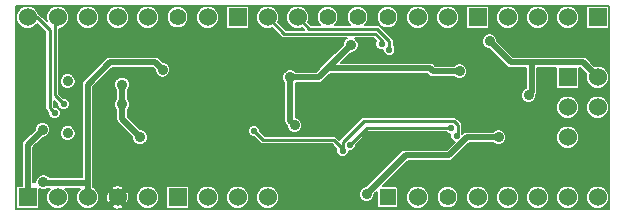
<source format=gbl>
G04 (created by PCBNEW (2013-june-11)-stable) date Mon 17 Feb 2014 12:31:12 PM PST*
%MOIN*%
G04 Gerber Fmt 3.4, Leading zero omitted, Abs format*
%FSLAX34Y34*%
G01*
G70*
G90*
G04 APERTURE LIST*
%ADD10C,0.00590551*%
%ADD11R,0.055X0.055*%
%ADD12C,0.06*%
%ADD13C,0.055*%
%ADD14R,0.06X0.06*%
%ADD15C,0.02*%
%ADD16C,0.0354*%
%ADD17C,0.035*%
%ADD18C,0.023*%
%ADD19C,0.02*%
%ADD20C,0.01*%
%ADD21C,0.006*%
G04 APERTURE END LIST*
G54D10*
G54D11*
X72500Y-36500D03*
G54D12*
X73500Y-36500D03*
G54D13*
X74500Y-36500D03*
G54D12*
X75500Y-36500D03*
X76500Y-36500D03*
X77500Y-36500D03*
X78500Y-36500D03*
X79500Y-36500D03*
G54D14*
X65500Y-36500D03*
G54D12*
X66500Y-36500D03*
X67500Y-36500D03*
X68500Y-36500D03*
G54D14*
X60500Y-36500D03*
G54D12*
X61500Y-36500D03*
X62500Y-36500D03*
X63500Y-36500D03*
X64500Y-36500D03*
G54D14*
X79500Y-30500D03*
G54D12*
X78500Y-30500D03*
X77500Y-30500D03*
X76500Y-30500D03*
G54D14*
X75500Y-30500D03*
G54D12*
X74500Y-30500D03*
X73500Y-30500D03*
G54D13*
X72500Y-30500D03*
X71500Y-30500D03*
X70500Y-30500D03*
G54D12*
X69500Y-30500D03*
X68500Y-30500D03*
G54D14*
X67500Y-30500D03*
G54D12*
X66500Y-30500D03*
G54D13*
X65500Y-30500D03*
G54D12*
X64500Y-30500D03*
X63500Y-30500D03*
X62500Y-30500D03*
X61500Y-30500D03*
X60500Y-30500D03*
G54D15*
X74025Y-35450D03*
X74550Y-35450D03*
X72975Y-35800D03*
X74350Y-35725D03*
X74850Y-35725D03*
X76550Y-35175D03*
X77050Y-35175D03*
X76050Y-35175D03*
X75550Y-35175D03*
X77550Y-35175D03*
X78050Y-35175D03*
X78900Y-35475D03*
X78550Y-35175D03*
X75550Y-31950D03*
X74800Y-32700D03*
X75800Y-31700D03*
X75300Y-32200D03*
X75300Y-34200D03*
X76200Y-33300D03*
X76500Y-33000D03*
X75900Y-33600D03*
X75600Y-33900D03*
X66175Y-32150D03*
X66675Y-32150D03*
X65675Y-32150D03*
X67175Y-32150D03*
X67675Y-32150D03*
X68675Y-32150D03*
X68175Y-32150D03*
X70200Y-32900D03*
X69700Y-32900D03*
X65950Y-33800D03*
X66450Y-33800D03*
X65450Y-33800D03*
X64950Y-33800D03*
X66950Y-33800D03*
X67450Y-33800D03*
X68450Y-33800D03*
X67950Y-33800D03*
X67950Y-33025D03*
X68450Y-33025D03*
X67450Y-33025D03*
X66950Y-33025D03*
X64950Y-33025D03*
X65450Y-33025D03*
X66450Y-33025D03*
X70020Y-33980D03*
X71200Y-35450D03*
X71350Y-36350D03*
X69300Y-34850D03*
X68800Y-35200D03*
X69800Y-36750D03*
X68800Y-35550D03*
X68900Y-34850D03*
X69350Y-36750D03*
X70700Y-36750D03*
X71150Y-36750D03*
X71850Y-35750D03*
X69150Y-36150D03*
X70250Y-36750D03*
X68950Y-35850D03*
X69150Y-36450D03*
X72100Y-31600D03*
X70600Y-34850D03*
X71550Y-36000D03*
X70150Y-34850D03*
X69700Y-34850D03*
X70750Y-35250D03*
G54D16*
X61835Y-32634D03*
X61835Y-34366D03*
G54D14*
X78500Y-32500D03*
G54D12*
X79500Y-32500D03*
X78500Y-33500D03*
X79500Y-33500D03*
X78500Y-34500D03*
X79500Y-34500D03*
G54D15*
X70900Y-35550D03*
X70830Y-31350D03*
X65950Y-33025D03*
G54D17*
X76200Y-34500D03*
X71800Y-36400D03*
G54D18*
X61400Y-33700D03*
X61700Y-33400D03*
X72300Y-31400D03*
X72560Y-31590D03*
X74600Y-34200D03*
X71250Y-34750D03*
X74800Y-34450D03*
X71000Y-34950D03*
X68050Y-34300D03*
G54D17*
X61000Y-34250D03*
X64250Y-34500D03*
X63650Y-33400D03*
X63650Y-32750D03*
X61025Y-36000D03*
X71275Y-31425D03*
X74900Y-32300D03*
X77200Y-33100D03*
X75900Y-31300D03*
X69400Y-34100D03*
X65000Y-32250D03*
X69250Y-32500D03*
G54D19*
X75150Y-34500D02*
X76200Y-34500D01*
X74550Y-35100D02*
X75150Y-34500D01*
X74050Y-35100D02*
X74550Y-35100D01*
X74050Y-35100D02*
X74050Y-35100D01*
X73100Y-35100D02*
X74050Y-35100D01*
X71800Y-36400D02*
X73100Y-35100D01*
G54D20*
X60800Y-30500D02*
X60500Y-30500D01*
X61239Y-30939D02*
X60800Y-30500D01*
X61239Y-33539D02*
X61239Y-30939D01*
X61400Y-33700D02*
X61239Y-33539D01*
X61400Y-30600D02*
X61500Y-30500D01*
X61400Y-33100D02*
X61400Y-30600D01*
X61700Y-33400D02*
X61400Y-33100D01*
X69050Y-31050D02*
X68500Y-30500D01*
X72090Y-31050D02*
X69050Y-31050D01*
X72300Y-31260D02*
X72090Y-31050D01*
X72300Y-31400D02*
X72300Y-31260D01*
X72560Y-31590D02*
X72560Y-31293D01*
X69890Y-30890D02*
X69500Y-30500D01*
X72156Y-30890D02*
X69890Y-30890D01*
X72560Y-31293D02*
X72156Y-30890D01*
X71800Y-34200D02*
X74600Y-34200D01*
X71250Y-34750D02*
X71800Y-34200D01*
X71000Y-34650D02*
X71700Y-33950D01*
X71700Y-33950D02*
X74700Y-33950D01*
X74700Y-33950D02*
X74850Y-34100D01*
X74850Y-34100D02*
X74850Y-34400D01*
X74850Y-34400D02*
X74800Y-34450D01*
X71000Y-34950D02*
X71000Y-34650D01*
X71000Y-34950D02*
X71000Y-34900D01*
X68350Y-34600D02*
X68050Y-34300D01*
X70700Y-34600D02*
X68350Y-34600D01*
X71000Y-34900D02*
X70700Y-34600D01*
G54D19*
X61000Y-34250D02*
X60500Y-34750D01*
X60500Y-34750D02*
X60500Y-36500D01*
X63650Y-33400D02*
X63650Y-33900D01*
X63650Y-33900D02*
X64250Y-34500D01*
X63650Y-32750D02*
X63650Y-33400D01*
X61050Y-36025D02*
X62500Y-36025D01*
X61025Y-36000D02*
X61050Y-36025D01*
X70500Y-32200D02*
X71275Y-31425D01*
X69250Y-32500D02*
X70200Y-32500D01*
X73900Y-32200D02*
X74000Y-32300D01*
X74000Y-32300D02*
X74900Y-32300D01*
X71000Y-32200D02*
X73900Y-32200D01*
X70500Y-32200D02*
X71000Y-32200D01*
X70200Y-32500D02*
X70500Y-32200D01*
X77300Y-32000D02*
X77300Y-33000D01*
X77300Y-33000D02*
X77200Y-33100D01*
X75900Y-31300D02*
X76600Y-32000D01*
X76600Y-32000D02*
X77300Y-32000D01*
X79000Y-32000D02*
X79500Y-32500D01*
X77300Y-32000D02*
X79000Y-32000D01*
X69250Y-32500D02*
X69250Y-33950D01*
X69250Y-33950D02*
X69400Y-34100D01*
X62500Y-32750D02*
X62500Y-36025D01*
X62500Y-36025D02*
X62500Y-36500D01*
X62500Y-32750D02*
X63250Y-32000D01*
X63250Y-32000D02*
X64750Y-32000D01*
X64750Y-32000D02*
X65000Y-32250D01*
G54D10*
G36*
X79890Y-36890D02*
X79890Y-36890D01*
X79890Y-36422D01*
X79890Y-33422D01*
X79890Y-32422D01*
X79890Y-32422D01*
X79890Y-30782D01*
X79890Y-30182D01*
X79876Y-30149D01*
X79851Y-30123D01*
X79817Y-30110D01*
X79782Y-30109D01*
X79182Y-30109D01*
X79149Y-30123D01*
X79123Y-30148D01*
X79110Y-30182D01*
X79109Y-30217D01*
X79109Y-30817D01*
X79123Y-30850D01*
X79148Y-30876D01*
X79182Y-30889D01*
X79217Y-30890D01*
X79817Y-30890D01*
X79850Y-30876D01*
X79876Y-30851D01*
X79889Y-30817D01*
X79890Y-30782D01*
X79890Y-32422D01*
X79830Y-32279D01*
X79721Y-32169D01*
X79577Y-32110D01*
X79422Y-32109D01*
X79391Y-32122D01*
X79134Y-31865D01*
X79072Y-31824D01*
X79000Y-31810D01*
X78890Y-31810D01*
X78890Y-30422D01*
X78830Y-30279D01*
X78721Y-30169D01*
X78577Y-30110D01*
X78422Y-30109D01*
X78279Y-30169D01*
X78169Y-30278D01*
X78110Y-30422D01*
X78109Y-30577D01*
X78169Y-30720D01*
X78278Y-30830D01*
X78422Y-30889D01*
X78577Y-30890D01*
X78720Y-30830D01*
X78830Y-30721D01*
X78889Y-30577D01*
X78890Y-30422D01*
X78890Y-31810D01*
X77890Y-31810D01*
X77890Y-30422D01*
X77830Y-30279D01*
X77721Y-30169D01*
X77577Y-30110D01*
X77422Y-30109D01*
X77279Y-30169D01*
X77169Y-30278D01*
X77110Y-30422D01*
X77109Y-30577D01*
X77169Y-30720D01*
X77278Y-30830D01*
X77422Y-30889D01*
X77577Y-30890D01*
X77720Y-30830D01*
X77830Y-30721D01*
X77889Y-30577D01*
X77890Y-30422D01*
X77890Y-31810D01*
X77300Y-31810D01*
X76890Y-31810D01*
X76890Y-30422D01*
X76830Y-30279D01*
X76721Y-30169D01*
X76577Y-30110D01*
X76422Y-30109D01*
X76279Y-30169D01*
X76169Y-30278D01*
X76110Y-30422D01*
X76109Y-30577D01*
X76169Y-30720D01*
X76278Y-30830D01*
X76422Y-30889D01*
X76577Y-30890D01*
X76720Y-30830D01*
X76830Y-30721D01*
X76889Y-30577D01*
X76890Y-30422D01*
X76890Y-31810D01*
X76678Y-31810D01*
X76165Y-31296D01*
X76165Y-31247D01*
X76124Y-31150D01*
X76050Y-31075D01*
X75952Y-31035D01*
X75890Y-31034D01*
X75890Y-30782D01*
X75890Y-30182D01*
X75876Y-30149D01*
X75851Y-30123D01*
X75817Y-30110D01*
X75782Y-30109D01*
X75182Y-30109D01*
X75149Y-30123D01*
X75123Y-30148D01*
X75110Y-30182D01*
X75109Y-30217D01*
X75109Y-30817D01*
X75123Y-30850D01*
X75148Y-30876D01*
X75182Y-30889D01*
X75217Y-30890D01*
X75817Y-30890D01*
X75850Y-30876D01*
X75876Y-30851D01*
X75889Y-30817D01*
X75890Y-30782D01*
X75890Y-31034D01*
X75847Y-31034D01*
X75750Y-31075D01*
X75675Y-31149D01*
X75635Y-31247D01*
X75634Y-31352D01*
X75675Y-31449D01*
X75749Y-31524D01*
X75847Y-31564D01*
X75896Y-31564D01*
X76465Y-32134D01*
X76465Y-32134D01*
X76527Y-32175D01*
X76599Y-32190D01*
X76599Y-32189D01*
X76600Y-32190D01*
X77110Y-32190D01*
X77110Y-32850D01*
X77050Y-32875D01*
X76975Y-32949D01*
X76935Y-33047D01*
X76934Y-33152D01*
X76975Y-33249D01*
X77049Y-33324D01*
X77147Y-33364D01*
X77252Y-33365D01*
X77349Y-33324D01*
X77424Y-33250D01*
X77464Y-33152D01*
X77465Y-33088D01*
X77475Y-33072D01*
X77490Y-33000D01*
X77490Y-32190D01*
X78110Y-32190D01*
X78109Y-32217D01*
X78109Y-32817D01*
X78123Y-32850D01*
X78148Y-32876D01*
X78182Y-32889D01*
X78217Y-32890D01*
X78817Y-32890D01*
X78850Y-32876D01*
X78876Y-32851D01*
X78889Y-32817D01*
X78890Y-32782D01*
X78890Y-32190D01*
X78921Y-32190D01*
X79122Y-32391D01*
X79110Y-32422D01*
X79109Y-32577D01*
X79169Y-32720D01*
X79278Y-32830D01*
X79422Y-32889D01*
X79577Y-32890D01*
X79720Y-32830D01*
X79830Y-32721D01*
X79889Y-32577D01*
X79890Y-32422D01*
X79890Y-33422D01*
X79830Y-33279D01*
X79721Y-33169D01*
X79577Y-33110D01*
X79422Y-33109D01*
X79279Y-33169D01*
X79169Y-33278D01*
X79110Y-33422D01*
X79109Y-33577D01*
X79169Y-33720D01*
X79278Y-33830D01*
X79422Y-33889D01*
X79577Y-33890D01*
X79720Y-33830D01*
X79830Y-33721D01*
X79889Y-33577D01*
X79890Y-33422D01*
X79890Y-36422D01*
X79830Y-36279D01*
X79721Y-36169D01*
X79577Y-36110D01*
X79422Y-36109D01*
X79279Y-36169D01*
X79169Y-36278D01*
X79110Y-36422D01*
X79109Y-36577D01*
X79169Y-36720D01*
X79278Y-36830D01*
X79422Y-36889D01*
X79577Y-36890D01*
X79720Y-36830D01*
X79830Y-36721D01*
X79889Y-36577D01*
X79890Y-36422D01*
X79890Y-36890D01*
X78890Y-36890D01*
X78890Y-36422D01*
X78890Y-34422D01*
X78890Y-33422D01*
X78830Y-33279D01*
X78721Y-33169D01*
X78577Y-33110D01*
X78422Y-33109D01*
X78279Y-33169D01*
X78169Y-33278D01*
X78110Y-33422D01*
X78109Y-33577D01*
X78169Y-33720D01*
X78278Y-33830D01*
X78422Y-33889D01*
X78577Y-33890D01*
X78720Y-33830D01*
X78830Y-33721D01*
X78889Y-33577D01*
X78890Y-33422D01*
X78890Y-34422D01*
X78830Y-34279D01*
X78721Y-34169D01*
X78577Y-34110D01*
X78422Y-34109D01*
X78279Y-34169D01*
X78169Y-34278D01*
X78110Y-34422D01*
X78109Y-34577D01*
X78169Y-34720D01*
X78278Y-34830D01*
X78422Y-34889D01*
X78577Y-34890D01*
X78720Y-34830D01*
X78830Y-34721D01*
X78889Y-34577D01*
X78890Y-34422D01*
X78890Y-36422D01*
X78830Y-36279D01*
X78721Y-36169D01*
X78577Y-36110D01*
X78422Y-36109D01*
X78279Y-36169D01*
X78169Y-36278D01*
X78110Y-36422D01*
X78109Y-36577D01*
X78169Y-36720D01*
X78278Y-36830D01*
X78422Y-36889D01*
X78577Y-36890D01*
X78720Y-36830D01*
X78830Y-36721D01*
X78889Y-36577D01*
X78890Y-36422D01*
X78890Y-36890D01*
X77890Y-36890D01*
X77890Y-36422D01*
X77830Y-36279D01*
X77721Y-36169D01*
X77577Y-36110D01*
X77422Y-36109D01*
X77279Y-36169D01*
X77169Y-36278D01*
X77110Y-36422D01*
X77109Y-36577D01*
X77169Y-36720D01*
X77278Y-36830D01*
X77422Y-36889D01*
X77577Y-36890D01*
X77720Y-36830D01*
X77830Y-36721D01*
X77889Y-36577D01*
X77890Y-36422D01*
X77890Y-36890D01*
X76890Y-36890D01*
X76890Y-36422D01*
X76830Y-36279D01*
X76721Y-36169D01*
X76577Y-36110D01*
X76465Y-36109D01*
X76465Y-34447D01*
X76424Y-34350D01*
X76350Y-34275D01*
X76252Y-34235D01*
X76147Y-34234D01*
X76050Y-34275D01*
X76015Y-34310D01*
X75165Y-34310D01*
X75165Y-32247D01*
X75124Y-32150D01*
X75050Y-32075D01*
X74952Y-32035D01*
X74890Y-32034D01*
X74890Y-30422D01*
X74830Y-30279D01*
X74721Y-30169D01*
X74577Y-30110D01*
X74422Y-30109D01*
X74279Y-30169D01*
X74169Y-30278D01*
X74110Y-30422D01*
X74109Y-30577D01*
X74169Y-30720D01*
X74278Y-30830D01*
X74422Y-30889D01*
X74577Y-30890D01*
X74720Y-30830D01*
X74830Y-30721D01*
X74889Y-30577D01*
X74890Y-30422D01*
X74890Y-32034D01*
X74847Y-32034D01*
X74750Y-32075D01*
X74715Y-32110D01*
X74078Y-32110D01*
X74034Y-32065D01*
X73972Y-32024D01*
X73900Y-32010D01*
X73890Y-32010D01*
X73890Y-30422D01*
X73830Y-30279D01*
X73721Y-30169D01*
X73577Y-30110D01*
X73422Y-30109D01*
X73279Y-30169D01*
X73169Y-30278D01*
X73110Y-30422D01*
X73109Y-30577D01*
X73169Y-30720D01*
X73278Y-30830D01*
X73422Y-30889D01*
X73577Y-30890D01*
X73720Y-30830D01*
X73830Y-30721D01*
X73889Y-30577D01*
X73890Y-30422D01*
X73890Y-32010D01*
X72865Y-32010D01*
X72865Y-30427D01*
X72809Y-30293D01*
X72707Y-30190D01*
X72572Y-30135D01*
X72427Y-30134D01*
X72293Y-30190D01*
X72190Y-30292D01*
X72135Y-30427D01*
X72134Y-30572D01*
X72190Y-30706D01*
X72292Y-30809D01*
X72427Y-30864D01*
X72572Y-30865D01*
X72706Y-30809D01*
X72809Y-30707D01*
X72864Y-30572D01*
X72865Y-30427D01*
X72865Y-32010D01*
X71000Y-32010D01*
X70958Y-32010D01*
X71278Y-31690D01*
X71327Y-31690D01*
X71424Y-31649D01*
X71499Y-31575D01*
X71539Y-31477D01*
X71540Y-31372D01*
X71499Y-31275D01*
X71425Y-31200D01*
X71400Y-31190D01*
X72032Y-31190D01*
X72126Y-31284D01*
X72095Y-31359D01*
X72094Y-31440D01*
X72126Y-31515D01*
X72183Y-31573D01*
X72259Y-31604D01*
X72340Y-31605D01*
X72354Y-31599D01*
X72354Y-31630D01*
X72386Y-31705D01*
X72443Y-31763D01*
X72519Y-31794D01*
X72600Y-31795D01*
X72675Y-31763D01*
X72733Y-31706D01*
X72764Y-31630D01*
X72765Y-31549D01*
X72733Y-31474D01*
X72700Y-31440D01*
X72700Y-31293D01*
X72689Y-31240D01*
X72689Y-31240D01*
X72658Y-31194D01*
X72255Y-30791D01*
X72209Y-30760D01*
X72156Y-30750D01*
X71766Y-30750D01*
X71809Y-30707D01*
X71864Y-30572D01*
X71865Y-30427D01*
X71809Y-30293D01*
X71707Y-30190D01*
X71572Y-30135D01*
X71427Y-30134D01*
X71293Y-30190D01*
X71190Y-30292D01*
X71135Y-30427D01*
X71134Y-30572D01*
X71190Y-30706D01*
X71233Y-30750D01*
X70766Y-30750D01*
X70809Y-30707D01*
X70864Y-30572D01*
X70865Y-30427D01*
X70809Y-30293D01*
X70707Y-30190D01*
X70572Y-30135D01*
X70427Y-30134D01*
X70293Y-30190D01*
X70190Y-30292D01*
X70135Y-30427D01*
X70134Y-30572D01*
X70190Y-30706D01*
X70233Y-30750D01*
X69947Y-30750D01*
X69856Y-30658D01*
X69889Y-30577D01*
X69890Y-30422D01*
X69830Y-30279D01*
X69721Y-30169D01*
X69577Y-30110D01*
X69422Y-30109D01*
X69279Y-30169D01*
X69169Y-30278D01*
X69110Y-30422D01*
X69109Y-30577D01*
X69169Y-30720D01*
X69278Y-30830D01*
X69422Y-30889D01*
X69577Y-30890D01*
X69658Y-30856D01*
X69712Y-30910D01*
X69107Y-30910D01*
X68856Y-30658D01*
X68889Y-30577D01*
X68890Y-30422D01*
X68830Y-30279D01*
X68721Y-30169D01*
X68577Y-30110D01*
X68422Y-30109D01*
X68279Y-30169D01*
X68169Y-30278D01*
X68110Y-30422D01*
X68109Y-30577D01*
X68169Y-30720D01*
X68278Y-30830D01*
X68422Y-30889D01*
X68577Y-30890D01*
X68658Y-30856D01*
X68951Y-31148D01*
X68996Y-31179D01*
X68996Y-31179D01*
X69050Y-31190D01*
X71149Y-31190D01*
X71125Y-31200D01*
X71050Y-31274D01*
X71010Y-31372D01*
X71010Y-31421D01*
X70365Y-32065D01*
X70365Y-32065D01*
X70121Y-32310D01*
X69434Y-32310D01*
X69400Y-32275D01*
X69302Y-32235D01*
X69197Y-32234D01*
X69100Y-32275D01*
X69025Y-32349D01*
X68985Y-32447D01*
X68984Y-32552D01*
X69025Y-32649D01*
X69060Y-32684D01*
X69060Y-33950D01*
X69074Y-34022D01*
X69115Y-34084D01*
X69134Y-34103D01*
X69134Y-34152D01*
X69175Y-34249D01*
X69249Y-34324D01*
X69347Y-34364D01*
X69452Y-34365D01*
X69549Y-34324D01*
X69624Y-34250D01*
X69664Y-34152D01*
X69665Y-34047D01*
X69624Y-33950D01*
X69550Y-33875D01*
X69452Y-33835D01*
X69440Y-33835D01*
X69440Y-32690D01*
X70200Y-32690D01*
X70272Y-32675D01*
X70334Y-32634D01*
X70578Y-32390D01*
X71000Y-32390D01*
X73821Y-32390D01*
X73865Y-32434D01*
X73927Y-32475D01*
X74000Y-32490D01*
X74715Y-32490D01*
X74749Y-32524D01*
X74847Y-32564D01*
X74952Y-32565D01*
X75049Y-32524D01*
X75124Y-32450D01*
X75164Y-32352D01*
X75165Y-32247D01*
X75165Y-34310D01*
X75150Y-34310D01*
X75077Y-34324D01*
X75015Y-34365D01*
X75015Y-34365D01*
X74995Y-34385D01*
X74990Y-34373D01*
X74990Y-34100D01*
X74979Y-34046D01*
X74979Y-34046D01*
X74948Y-34001D01*
X74798Y-33851D01*
X74753Y-33820D01*
X74700Y-33810D01*
X71700Y-33810D01*
X71646Y-33820D01*
X71631Y-33830D01*
X71601Y-33851D01*
X70901Y-34551D01*
X70880Y-34582D01*
X70798Y-34501D01*
X70753Y-34470D01*
X70700Y-34460D01*
X68407Y-34460D01*
X68254Y-34307D01*
X68255Y-34259D01*
X68223Y-34184D01*
X68166Y-34126D01*
X68090Y-34095D01*
X68009Y-34094D01*
X67934Y-34126D01*
X67890Y-34170D01*
X67890Y-30782D01*
X67890Y-30182D01*
X67876Y-30149D01*
X67851Y-30123D01*
X67817Y-30110D01*
X67782Y-30109D01*
X67182Y-30109D01*
X67149Y-30123D01*
X67123Y-30148D01*
X67110Y-30182D01*
X67109Y-30217D01*
X67109Y-30817D01*
X67123Y-30850D01*
X67148Y-30876D01*
X67182Y-30889D01*
X67217Y-30890D01*
X67817Y-30890D01*
X67850Y-30876D01*
X67876Y-30851D01*
X67889Y-30817D01*
X67890Y-30782D01*
X67890Y-34170D01*
X67876Y-34183D01*
X67845Y-34259D01*
X67844Y-34340D01*
X67876Y-34415D01*
X67933Y-34473D01*
X68009Y-34504D01*
X68057Y-34505D01*
X68251Y-34698D01*
X68251Y-34698D01*
X68281Y-34719D01*
X68296Y-34729D01*
X68296Y-34729D01*
X68349Y-34739D01*
X68350Y-34740D01*
X70642Y-34740D01*
X70799Y-34897D01*
X70795Y-34909D01*
X70794Y-34990D01*
X70826Y-35065D01*
X70883Y-35123D01*
X70959Y-35154D01*
X71040Y-35155D01*
X71115Y-35123D01*
X71173Y-35066D01*
X71204Y-34990D01*
X71204Y-34953D01*
X71209Y-34954D01*
X71290Y-34955D01*
X71365Y-34923D01*
X71423Y-34866D01*
X71454Y-34790D01*
X71455Y-34742D01*
X71857Y-34340D01*
X74450Y-34340D01*
X74483Y-34373D01*
X74559Y-34404D01*
X74596Y-34404D01*
X74595Y-34409D01*
X74594Y-34490D01*
X74626Y-34565D01*
X74683Y-34623D01*
X74735Y-34645D01*
X74471Y-34910D01*
X74050Y-34910D01*
X73100Y-34910D01*
X73027Y-34924D01*
X72965Y-34965D01*
X71796Y-36134D01*
X71747Y-36134D01*
X71650Y-36175D01*
X71575Y-36249D01*
X71535Y-36347D01*
X71534Y-36452D01*
X71575Y-36549D01*
X71649Y-36624D01*
X71747Y-36664D01*
X71852Y-36665D01*
X71949Y-36624D01*
X72024Y-36550D01*
X72064Y-36452D01*
X72064Y-36403D01*
X72134Y-36333D01*
X72134Y-36792D01*
X72148Y-36825D01*
X72173Y-36851D01*
X72207Y-36864D01*
X72242Y-36865D01*
X72792Y-36865D01*
X72825Y-36851D01*
X72851Y-36826D01*
X72864Y-36792D01*
X72865Y-36757D01*
X72865Y-36207D01*
X72851Y-36174D01*
X72826Y-36148D01*
X72792Y-36135D01*
X72757Y-36134D01*
X72333Y-36134D01*
X73178Y-35290D01*
X74050Y-35290D01*
X74550Y-35290D01*
X74622Y-35275D01*
X74684Y-35234D01*
X75228Y-34690D01*
X76015Y-34690D01*
X76049Y-34724D01*
X76147Y-34764D01*
X76252Y-34765D01*
X76349Y-34724D01*
X76424Y-34650D01*
X76464Y-34552D01*
X76465Y-34447D01*
X76465Y-36109D01*
X76422Y-36109D01*
X76279Y-36169D01*
X76169Y-36278D01*
X76110Y-36422D01*
X76109Y-36577D01*
X76169Y-36720D01*
X76278Y-36830D01*
X76422Y-36889D01*
X76577Y-36890D01*
X76720Y-36830D01*
X76830Y-36721D01*
X76889Y-36577D01*
X76890Y-36422D01*
X76890Y-36890D01*
X75890Y-36890D01*
X75890Y-36422D01*
X75830Y-36279D01*
X75721Y-36169D01*
X75577Y-36110D01*
X75422Y-36109D01*
X75279Y-36169D01*
X75169Y-36278D01*
X75110Y-36422D01*
X75109Y-36577D01*
X75169Y-36720D01*
X75278Y-36830D01*
X75422Y-36889D01*
X75577Y-36890D01*
X75720Y-36830D01*
X75830Y-36721D01*
X75889Y-36577D01*
X75890Y-36422D01*
X75890Y-36890D01*
X74865Y-36890D01*
X74865Y-36427D01*
X74809Y-36293D01*
X74707Y-36190D01*
X74572Y-36135D01*
X74427Y-36134D01*
X74293Y-36190D01*
X74190Y-36292D01*
X74135Y-36427D01*
X74134Y-36572D01*
X74190Y-36706D01*
X74292Y-36809D01*
X74427Y-36864D01*
X74572Y-36865D01*
X74706Y-36809D01*
X74809Y-36707D01*
X74864Y-36572D01*
X74865Y-36427D01*
X74865Y-36890D01*
X73890Y-36890D01*
X73890Y-36422D01*
X73830Y-36279D01*
X73721Y-36169D01*
X73577Y-36110D01*
X73422Y-36109D01*
X73279Y-36169D01*
X73169Y-36278D01*
X73110Y-36422D01*
X73109Y-36577D01*
X73169Y-36720D01*
X73278Y-36830D01*
X73422Y-36889D01*
X73577Y-36890D01*
X73720Y-36830D01*
X73830Y-36721D01*
X73889Y-36577D01*
X73890Y-36422D01*
X73890Y-36890D01*
X68890Y-36890D01*
X68890Y-36422D01*
X68830Y-36279D01*
X68721Y-36169D01*
X68577Y-36110D01*
X68422Y-36109D01*
X68279Y-36169D01*
X68169Y-36278D01*
X68110Y-36422D01*
X68109Y-36577D01*
X68169Y-36720D01*
X68278Y-36830D01*
X68422Y-36889D01*
X68577Y-36890D01*
X68720Y-36830D01*
X68830Y-36721D01*
X68889Y-36577D01*
X68890Y-36422D01*
X68890Y-36890D01*
X67890Y-36890D01*
X67890Y-36422D01*
X67830Y-36279D01*
X67721Y-36169D01*
X67577Y-36110D01*
X67422Y-36109D01*
X67279Y-36169D01*
X67169Y-36278D01*
X67110Y-36422D01*
X67109Y-36577D01*
X67169Y-36720D01*
X67278Y-36830D01*
X67422Y-36889D01*
X67577Y-36890D01*
X67720Y-36830D01*
X67830Y-36721D01*
X67889Y-36577D01*
X67890Y-36422D01*
X67890Y-36890D01*
X66890Y-36890D01*
X66890Y-36422D01*
X66890Y-30422D01*
X66830Y-30279D01*
X66721Y-30169D01*
X66577Y-30110D01*
X66422Y-30109D01*
X66279Y-30169D01*
X66169Y-30278D01*
X66110Y-30422D01*
X66109Y-30577D01*
X66169Y-30720D01*
X66278Y-30830D01*
X66422Y-30889D01*
X66577Y-30890D01*
X66720Y-30830D01*
X66830Y-30721D01*
X66889Y-30577D01*
X66890Y-30422D01*
X66890Y-36422D01*
X66830Y-36279D01*
X66721Y-36169D01*
X66577Y-36110D01*
X66422Y-36109D01*
X66279Y-36169D01*
X66169Y-36278D01*
X66110Y-36422D01*
X66109Y-36577D01*
X66169Y-36720D01*
X66278Y-36830D01*
X66422Y-36889D01*
X66577Y-36890D01*
X66720Y-36830D01*
X66830Y-36721D01*
X66889Y-36577D01*
X66890Y-36422D01*
X66890Y-36890D01*
X65890Y-36890D01*
X65890Y-36782D01*
X65890Y-36182D01*
X65876Y-36149D01*
X65865Y-36137D01*
X65865Y-30427D01*
X65809Y-30293D01*
X65707Y-30190D01*
X65572Y-30135D01*
X65427Y-30134D01*
X65293Y-30190D01*
X65190Y-30292D01*
X65135Y-30427D01*
X65134Y-30572D01*
X65190Y-30706D01*
X65292Y-30809D01*
X65427Y-30864D01*
X65572Y-30865D01*
X65706Y-30809D01*
X65809Y-30707D01*
X65864Y-30572D01*
X65865Y-30427D01*
X65865Y-36137D01*
X65851Y-36123D01*
X65817Y-36110D01*
X65782Y-36109D01*
X65182Y-36109D01*
X65149Y-36123D01*
X65123Y-36148D01*
X65110Y-36182D01*
X65109Y-36217D01*
X65109Y-36817D01*
X65123Y-36850D01*
X65148Y-36876D01*
X65182Y-36889D01*
X65217Y-36890D01*
X65817Y-36890D01*
X65850Y-36876D01*
X65876Y-36851D01*
X65889Y-36817D01*
X65890Y-36782D01*
X65890Y-36890D01*
X65000Y-36890D01*
X65000Y-36000D01*
X64515Y-36000D01*
X64515Y-34447D01*
X64474Y-34350D01*
X64400Y-34275D01*
X64302Y-34235D01*
X64253Y-34235D01*
X63840Y-33821D01*
X63840Y-33584D01*
X63874Y-33550D01*
X63914Y-33452D01*
X63915Y-33347D01*
X63874Y-33250D01*
X63840Y-33215D01*
X63840Y-32934D01*
X63874Y-32900D01*
X63914Y-32802D01*
X63915Y-32697D01*
X63874Y-32600D01*
X63800Y-32525D01*
X63702Y-32485D01*
X63597Y-32484D01*
X63500Y-32525D01*
X63425Y-32599D01*
X63385Y-32697D01*
X63384Y-32802D01*
X63425Y-32899D01*
X63460Y-32934D01*
X63460Y-33215D01*
X63425Y-33249D01*
X63385Y-33347D01*
X63384Y-33452D01*
X63425Y-33549D01*
X63460Y-33584D01*
X63460Y-33900D01*
X63474Y-33972D01*
X63515Y-34034D01*
X63984Y-34503D01*
X63984Y-34552D01*
X64025Y-34649D01*
X64099Y-34724D01*
X64197Y-34764D01*
X64302Y-34765D01*
X64399Y-34724D01*
X64474Y-34650D01*
X64514Y-34552D01*
X64515Y-34447D01*
X64515Y-36000D01*
X62690Y-36000D01*
X62690Y-32828D01*
X63328Y-32190D01*
X64671Y-32190D01*
X64734Y-32253D01*
X64734Y-32302D01*
X64775Y-32399D01*
X64849Y-32474D01*
X64947Y-32514D01*
X65052Y-32515D01*
X65149Y-32474D01*
X65224Y-32400D01*
X65264Y-32302D01*
X65265Y-32197D01*
X65224Y-32100D01*
X65150Y-32025D01*
X65052Y-31985D01*
X65003Y-31985D01*
X64890Y-31871D01*
X64890Y-30422D01*
X64830Y-30279D01*
X64721Y-30169D01*
X64577Y-30110D01*
X64422Y-30109D01*
X64279Y-30169D01*
X64169Y-30278D01*
X64110Y-30422D01*
X64109Y-30577D01*
X64169Y-30720D01*
X64278Y-30830D01*
X64422Y-30889D01*
X64577Y-30890D01*
X64720Y-30830D01*
X64830Y-30721D01*
X64889Y-30577D01*
X64890Y-30422D01*
X64890Y-31871D01*
X64884Y-31865D01*
X64822Y-31824D01*
X64750Y-31810D01*
X63890Y-31810D01*
X63890Y-30422D01*
X63830Y-30279D01*
X63721Y-30169D01*
X63577Y-30110D01*
X63422Y-30109D01*
X63279Y-30169D01*
X63169Y-30278D01*
X63110Y-30422D01*
X63109Y-30577D01*
X63169Y-30720D01*
X63278Y-30830D01*
X63422Y-30889D01*
X63577Y-30890D01*
X63720Y-30830D01*
X63830Y-30721D01*
X63889Y-30577D01*
X63890Y-30422D01*
X63890Y-31810D01*
X63250Y-31810D01*
X63249Y-31810D01*
X63237Y-31812D01*
X63177Y-31824D01*
X63115Y-31865D01*
X63115Y-31865D01*
X62890Y-32091D01*
X62890Y-30422D01*
X62830Y-30279D01*
X62721Y-30169D01*
X62577Y-30110D01*
X62422Y-30109D01*
X62279Y-30169D01*
X62169Y-30278D01*
X62110Y-30422D01*
X62109Y-30577D01*
X62169Y-30720D01*
X62278Y-30830D01*
X62422Y-30889D01*
X62577Y-30890D01*
X62720Y-30830D01*
X62830Y-30721D01*
X62889Y-30577D01*
X62890Y-30422D01*
X62890Y-32091D01*
X62365Y-32615D01*
X62324Y-32677D01*
X62310Y-32750D01*
X62310Y-35835D01*
X62102Y-35835D01*
X62102Y-34313D01*
X62102Y-32581D01*
X62061Y-32482D01*
X61986Y-32407D01*
X61888Y-32367D01*
X61782Y-32366D01*
X61683Y-32407D01*
X61608Y-32482D01*
X61568Y-32580D01*
X61567Y-32686D01*
X61608Y-32785D01*
X61683Y-32860D01*
X61781Y-32900D01*
X61887Y-32901D01*
X61986Y-32860D01*
X62061Y-32785D01*
X62101Y-32687D01*
X62102Y-32581D01*
X62102Y-34313D01*
X62061Y-34214D01*
X61986Y-34139D01*
X61905Y-34105D01*
X61905Y-33359D01*
X61873Y-33284D01*
X61816Y-33226D01*
X61740Y-33195D01*
X61692Y-33194D01*
X61540Y-33042D01*
X61540Y-30890D01*
X61577Y-30890D01*
X61720Y-30830D01*
X61830Y-30721D01*
X61889Y-30577D01*
X61890Y-30422D01*
X61830Y-30279D01*
X61721Y-30169D01*
X61577Y-30110D01*
X61422Y-30109D01*
X61279Y-30169D01*
X61169Y-30278D01*
X61110Y-30422D01*
X61109Y-30577D01*
X61134Y-30636D01*
X60898Y-30401D01*
X60874Y-30384D01*
X60830Y-30279D01*
X60721Y-30169D01*
X60577Y-30110D01*
X60422Y-30109D01*
X60279Y-30169D01*
X60169Y-30278D01*
X60110Y-30422D01*
X60109Y-30577D01*
X60169Y-30720D01*
X60278Y-30830D01*
X60422Y-30889D01*
X60577Y-30890D01*
X60720Y-30830D01*
X60826Y-30724D01*
X61099Y-30997D01*
X61099Y-33539D01*
X61110Y-33593D01*
X61141Y-33638D01*
X61195Y-33692D01*
X61194Y-33740D01*
X61226Y-33815D01*
X61283Y-33873D01*
X61359Y-33904D01*
X61440Y-33905D01*
X61515Y-33873D01*
X61573Y-33816D01*
X61604Y-33740D01*
X61605Y-33659D01*
X61573Y-33584D01*
X61516Y-33526D01*
X61440Y-33495D01*
X61392Y-33494D01*
X61379Y-33482D01*
X61379Y-33277D01*
X61495Y-33392D01*
X61494Y-33440D01*
X61526Y-33515D01*
X61583Y-33573D01*
X61659Y-33604D01*
X61740Y-33605D01*
X61815Y-33573D01*
X61873Y-33516D01*
X61904Y-33440D01*
X61905Y-33359D01*
X61905Y-34105D01*
X61888Y-34099D01*
X61782Y-34098D01*
X61683Y-34139D01*
X61608Y-34214D01*
X61568Y-34312D01*
X61567Y-34418D01*
X61608Y-34517D01*
X61683Y-34592D01*
X61781Y-34632D01*
X61887Y-34633D01*
X61986Y-34592D01*
X62061Y-34517D01*
X62101Y-34419D01*
X62102Y-34313D01*
X62102Y-35835D01*
X61234Y-35835D01*
X61175Y-35775D01*
X61077Y-35735D01*
X60972Y-35734D01*
X60875Y-35775D01*
X60800Y-35849D01*
X60760Y-35947D01*
X60759Y-36000D01*
X60690Y-36000D01*
X60690Y-34828D01*
X61003Y-34515D01*
X61052Y-34515D01*
X61149Y-34474D01*
X61224Y-34400D01*
X61264Y-34302D01*
X61265Y-34197D01*
X61224Y-34100D01*
X61150Y-34025D01*
X61052Y-33985D01*
X60947Y-33984D01*
X60850Y-34025D01*
X60775Y-34099D01*
X60735Y-34197D01*
X60735Y-34246D01*
X60365Y-34615D01*
X60324Y-34677D01*
X60310Y-34750D01*
X60310Y-36000D01*
X60109Y-36000D01*
X60109Y-30109D01*
X79890Y-30109D01*
X79890Y-36890D01*
X79890Y-36890D01*
G37*
G54D21*
X79890Y-36890D02*
X79890Y-36890D01*
X79890Y-36422D01*
X79890Y-33422D01*
X79890Y-32422D01*
X79890Y-32422D01*
X79890Y-30782D01*
X79890Y-30182D01*
X79876Y-30149D01*
X79851Y-30123D01*
X79817Y-30110D01*
X79782Y-30109D01*
X79182Y-30109D01*
X79149Y-30123D01*
X79123Y-30148D01*
X79110Y-30182D01*
X79109Y-30217D01*
X79109Y-30817D01*
X79123Y-30850D01*
X79148Y-30876D01*
X79182Y-30889D01*
X79217Y-30890D01*
X79817Y-30890D01*
X79850Y-30876D01*
X79876Y-30851D01*
X79889Y-30817D01*
X79890Y-30782D01*
X79890Y-32422D01*
X79830Y-32279D01*
X79721Y-32169D01*
X79577Y-32110D01*
X79422Y-32109D01*
X79391Y-32122D01*
X79134Y-31865D01*
X79072Y-31824D01*
X79000Y-31810D01*
X78890Y-31810D01*
X78890Y-30422D01*
X78830Y-30279D01*
X78721Y-30169D01*
X78577Y-30110D01*
X78422Y-30109D01*
X78279Y-30169D01*
X78169Y-30278D01*
X78110Y-30422D01*
X78109Y-30577D01*
X78169Y-30720D01*
X78278Y-30830D01*
X78422Y-30889D01*
X78577Y-30890D01*
X78720Y-30830D01*
X78830Y-30721D01*
X78889Y-30577D01*
X78890Y-30422D01*
X78890Y-31810D01*
X77890Y-31810D01*
X77890Y-30422D01*
X77830Y-30279D01*
X77721Y-30169D01*
X77577Y-30110D01*
X77422Y-30109D01*
X77279Y-30169D01*
X77169Y-30278D01*
X77110Y-30422D01*
X77109Y-30577D01*
X77169Y-30720D01*
X77278Y-30830D01*
X77422Y-30889D01*
X77577Y-30890D01*
X77720Y-30830D01*
X77830Y-30721D01*
X77889Y-30577D01*
X77890Y-30422D01*
X77890Y-31810D01*
X77300Y-31810D01*
X76890Y-31810D01*
X76890Y-30422D01*
X76830Y-30279D01*
X76721Y-30169D01*
X76577Y-30110D01*
X76422Y-30109D01*
X76279Y-30169D01*
X76169Y-30278D01*
X76110Y-30422D01*
X76109Y-30577D01*
X76169Y-30720D01*
X76278Y-30830D01*
X76422Y-30889D01*
X76577Y-30890D01*
X76720Y-30830D01*
X76830Y-30721D01*
X76889Y-30577D01*
X76890Y-30422D01*
X76890Y-31810D01*
X76678Y-31810D01*
X76165Y-31296D01*
X76165Y-31247D01*
X76124Y-31150D01*
X76050Y-31075D01*
X75952Y-31035D01*
X75890Y-31034D01*
X75890Y-30782D01*
X75890Y-30182D01*
X75876Y-30149D01*
X75851Y-30123D01*
X75817Y-30110D01*
X75782Y-30109D01*
X75182Y-30109D01*
X75149Y-30123D01*
X75123Y-30148D01*
X75110Y-30182D01*
X75109Y-30217D01*
X75109Y-30817D01*
X75123Y-30850D01*
X75148Y-30876D01*
X75182Y-30889D01*
X75217Y-30890D01*
X75817Y-30890D01*
X75850Y-30876D01*
X75876Y-30851D01*
X75889Y-30817D01*
X75890Y-30782D01*
X75890Y-31034D01*
X75847Y-31034D01*
X75750Y-31075D01*
X75675Y-31149D01*
X75635Y-31247D01*
X75634Y-31352D01*
X75675Y-31449D01*
X75749Y-31524D01*
X75847Y-31564D01*
X75896Y-31564D01*
X76465Y-32134D01*
X76465Y-32134D01*
X76527Y-32175D01*
X76599Y-32190D01*
X76599Y-32189D01*
X76600Y-32190D01*
X77110Y-32190D01*
X77110Y-32850D01*
X77050Y-32875D01*
X76975Y-32949D01*
X76935Y-33047D01*
X76934Y-33152D01*
X76975Y-33249D01*
X77049Y-33324D01*
X77147Y-33364D01*
X77252Y-33365D01*
X77349Y-33324D01*
X77424Y-33250D01*
X77464Y-33152D01*
X77465Y-33088D01*
X77475Y-33072D01*
X77490Y-33000D01*
X77490Y-32190D01*
X78110Y-32190D01*
X78109Y-32217D01*
X78109Y-32817D01*
X78123Y-32850D01*
X78148Y-32876D01*
X78182Y-32889D01*
X78217Y-32890D01*
X78817Y-32890D01*
X78850Y-32876D01*
X78876Y-32851D01*
X78889Y-32817D01*
X78890Y-32782D01*
X78890Y-32190D01*
X78921Y-32190D01*
X79122Y-32391D01*
X79110Y-32422D01*
X79109Y-32577D01*
X79169Y-32720D01*
X79278Y-32830D01*
X79422Y-32889D01*
X79577Y-32890D01*
X79720Y-32830D01*
X79830Y-32721D01*
X79889Y-32577D01*
X79890Y-32422D01*
X79890Y-33422D01*
X79830Y-33279D01*
X79721Y-33169D01*
X79577Y-33110D01*
X79422Y-33109D01*
X79279Y-33169D01*
X79169Y-33278D01*
X79110Y-33422D01*
X79109Y-33577D01*
X79169Y-33720D01*
X79278Y-33830D01*
X79422Y-33889D01*
X79577Y-33890D01*
X79720Y-33830D01*
X79830Y-33721D01*
X79889Y-33577D01*
X79890Y-33422D01*
X79890Y-36422D01*
X79830Y-36279D01*
X79721Y-36169D01*
X79577Y-36110D01*
X79422Y-36109D01*
X79279Y-36169D01*
X79169Y-36278D01*
X79110Y-36422D01*
X79109Y-36577D01*
X79169Y-36720D01*
X79278Y-36830D01*
X79422Y-36889D01*
X79577Y-36890D01*
X79720Y-36830D01*
X79830Y-36721D01*
X79889Y-36577D01*
X79890Y-36422D01*
X79890Y-36890D01*
X78890Y-36890D01*
X78890Y-36422D01*
X78890Y-34422D01*
X78890Y-33422D01*
X78830Y-33279D01*
X78721Y-33169D01*
X78577Y-33110D01*
X78422Y-33109D01*
X78279Y-33169D01*
X78169Y-33278D01*
X78110Y-33422D01*
X78109Y-33577D01*
X78169Y-33720D01*
X78278Y-33830D01*
X78422Y-33889D01*
X78577Y-33890D01*
X78720Y-33830D01*
X78830Y-33721D01*
X78889Y-33577D01*
X78890Y-33422D01*
X78890Y-34422D01*
X78830Y-34279D01*
X78721Y-34169D01*
X78577Y-34110D01*
X78422Y-34109D01*
X78279Y-34169D01*
X78169Y-34278D01*
X78110Y-34422D01*
X78109Y-34577D01*
X78169Y-34720D01*
X78278Y-34830D01*
X78422Y-34889D01*
X78577Y-34890D01*
X78720Y-34830D01*
X78830Y-34721D01*
X78889Y-34577D01*
X78890Y-34422D01*
X78890Y-36422D01*
X78830Y-36279D01*
X78721Y-36169D01*
X78577Y-36110D01*
X78422Y-36109D01*
X78279Y-36169D01*
X78169Y-36278D01*
X78110Y-36422D01*
X78109Y-36577D01*
X78169Y-36720D01*
X78278Y-36830D01*
X78422Y-36889D01*
X78577Y-36890D01*
X78720Y-36830D01*
X78830Y-36721D01*
X78889Y-36577D01*
X78890Y-36422D01*
X78890Y-36890D01*
X77890Y-36890D01*
X77890Y-36422D01*
X77830Y-36279D01*
X77721Y-36169D01*
X77577Y-36110D01*
X77422Y-36109D01*
X77279Y-36169D01*
X77169Y-36278D01*
X77110Y-36422D01*
X77109Y-36577D01*
X77169Y-36720D01*
X77278Y-36830D01*
X77422Y-36889D01*
X77577Y-36890D01*
X77720Y-36830D01*
X77830Y-36721D01*
X77889Y-36577D01*
X77890Y-36422D01*
X77890Y-36890D01*
X76890Y-36890D01*
X76890Y-36422D01*
X76830Y-36279D01*
X76721Y-36169D01*
X76577Y-36110D01*
X76465Y-36109D01*
X76465Y-34447D01*
X76424Y-34350D01*
X76350Y-34275D01*
X76252Y-34235D01*
X76147Y-34234D01*
X76050Y-34275D01*
X76015Y-34310D01*
X75165Y-34310D01*
X75165Y-32247D01*
X75124Y-32150D01*
X75050Y-32075D01*
X74952Y-32035D01*
X74890Y-32034D01*
X74890Y-30422D01*
X74830Y-30279D01*
X74721Y-30169D01*
X74577Y-30110D01*
X74422Y-30109D01*
X74279Y-30169D01*
X74169Y-30278D01*
X74110Y-30422D01*
X74109Y-30577D01*
X74169Y-30720D01*
X74278Y-30830D01*
X74422Y-30889D01*
X74577Y-30890D01*
X74720Y-30830D01*
X74830Y-30721D01*
X74889Y-30577D01*
X74890Y-30422D01*
X74890Y-32034D01*
X74847Y-32034D01*
X74750Y-32075D01*
X74715Y-32110D01*
X74078Y-32110D01*
X74034Y-32065D01*
X73972Y-32024D01*
X73900Y-32010D01*
X73890Y-32010D01*
X73890Y-30422D01*
X73830Y-30279D01*
X73721Y-30169D01*
X73577Y-30110D01*
X73422Y-30109D01*
X73279Y-30169D01*
X73169Y-30278D01*
X73110Y-30422D01*
X73109Y-30577D01*
X73169Y-30720D01*
X73278Y-30830D01*
X73422Y-30889D01*
X73577Y-30890D01*
X73720Y-30830D01*
X73830Y-30721D01*
X73889Y-30577D01*
X73890Y-30422D01*
X73890Y-32010D01*
X72865Y-32010D01*
X72865Y-30427D01*
X72809Y-30293D01*
X72707Y-30190D01*
X72572Y-30135D01*
X72427Y-30134D01*
X72293Y-30190D01*
X72190Y-30292D01*
X72135Y-30427D01*
X72134Y-30572D01*
X72190Y-30706D01*
X72292Y-30809D01*
X72427Y-30864D01*
X72572Y-30865D01*
X72706Y-30809D01*
X72809Y-30707D01*
X72864Y-30572D01*
X72865Y-30427D01*
X72865Y-32010D01*
X71000Y-32010D01*
X70958Y-32010D01*
X71278Y-31690D01*
X71327Y-31690D01*
X71424Y-31649D01*
X71499Y-31575D01*
X71539Y-31477D01*
X71540Y-31372D01*
X71499Y-31275D01*
X71425Y-31200D01*
X71400Y-31190D01*
X72032Y-31190D01*
X72126Y-31284D01*
X72095Y-31359D01*
X72094Y-31440D01*
X72126Y-31515D01*
X72183Y-31573D01*
X72259Y-31604D01*
X72340Y-31605D01*
X72354Y-31599D01*
X72354Y-31630D01*
X72386Y-31705D01*
X72443Y-31763D01*
X72519Y-31794D01*
X72600Y-31795D01*
X72675Y-31763D01*
X72733Y-31706D01*
X72764Y-31630D01*
X72765Y-31549D01*
X72733Y-31474D01*
X72700Y-31440D01*
X72700Y-31293D01*
X72689Y-31240D01*
X72689Y-31240D01*
X72658Y-31194D01*
X72255Y-30791D01*
X72209Y-30760D01*
X72156Y-30750D01*
X71766Y-30750D01*
X71809Y-30707D01*
X71864Y-30572D01*
X71865Y-30427D01*
X71809Y-30293D01*
X71707Y-30190D01*
X71572Y-30135D01*
X71427Y-30134D01*
X71293Y-30190D01*
X71190Y-30292D01*
X71135Y-30427D01*
X71134Y-30572D01*
X71190Y-30706D01*
X71233Y-30750D01*
X70766Y-30750D01*
X70809Y-30707D01*
X70864Y-30572D01*
X70865Y-30427D01*
X70809Y-30293D01*
X70707Y-30190D01*
X70572Y-30135D01*
X70427Y-30134D01*
X70293Y-30190D01*
X70190Y-30292D01*
X70135Y-30427D01*
X70134Y-30572D01*
X70190Y-30706D01*
X70233Y-30750D01*
X69947Y-30750D01*
X69856Y-30658D01*
X69889Y-30577D01*
X69890Y-30422D01*
X69830Y-30279D01*
X69721Y-30169D01*
X69577Y-30110D01*
X69422Y-30109D01*
X69279Y-30169D01*
X69169Y-30278D01*
X69110Y-30422D01*
X69109Y-30577D01*
X69169Y-30720D01*
X69278Y-30830D01*
X69422Y-30889D01*
X69577Y-30890D01*
X69658Y-30856D01*
X69712Y-30910D01*
X69107Y-30910D01*
X68856Y-30658D01*
X68889Y-30577D01*
X68890Y-30422D01*
X68830Y-30279D01*
X68721Y-30169D01*
X68577Y-30110D01*
X68422Y-30109D01*
X68279Y-30169D01*
X68169Y-30278D01*
X68110Y-30422D01*
X68109Y-30577D01*
X68169Y-30720D01*
X68278Y-30830D01*
X68422Y-30889D01*
X68577Y-30890D01*
X68658Y-30856D01*
X68951Y-31148D01*
X68996Y-31179D01*
X68996Y-31179D01*
X69050Y-31190D01*
X71149Y-31190D01*
X71125Y-31200D01*
X71050Y-31274D01*
X71010Y-31372D01*
X71010Y-31421D01*
X70365Y-32065D01*
X70365Y-32065D01*
X70121Y-32310D01*
X69434Y-32310D01*
X69400Y-32275D01*
X69302Y-32235D01*
X69197Y-32234D01*
X69100Y-32275D01*
X69025Y-32349D01*
X68985Y-32447D01*
X68984Y-32552D01*
X69025Y-32649D01*
X69060Y-32684D01*
X69060Y-33950D01*
X69074Y-34022D01*
X69115Y-34084D01*
X69134Y-34103D01*
X69134Y-34152D01*
X69175Y-34249D01*
X69249Y-34324D01*
X69347Y-34364D01*
X69452Y-34365D01*
X69549Y-34324D01*
X69624Y-34250D01*
X69664Y-34152D01*
X69665Y-34047D01*
X69624Y-33950D01*
X69550Y-33875D01*
X69452Y-33835D01*
X69440Y-33835D01*
X69440Y-32690D01*
X70200Y-32690D01*
X70272Y-32675D01*
X70334Y-32634D01*
X70578Y-32390D01*
X71000Y-32390D01*
X73821Y-32390D01*
X73865Y-32434D01*
X73927Y-32475D01*
X74000Y-32490D01*
X74715Y-32490D01*
X74749Y-32524D01*
X74847Y-32564D01*
X74952Y-32565D01*
X75049Y-32524D01*
X75124Y-32450D01*
X75164Y-32352D01*
X75165Y-32247D01*
X75165Y-34310D01*
X75150Y-34310D01*
X75077Y-34324D01*
X75015Y-34365D01*
X75015Y-34365D01*
X74995Y-34385D01*
X74990Y-34373D01*
X74990Y-34100D01*
X74979Y-34046D01*
X74979Y-34046D01*
X74948Y-34001D01*
X74798Y-33851D01*
X74753Y-33820D01*
X74700Y-33810D01*
X71700Y-33810D01*
X71646Y-33820D01*
X71631Y-33830D01*
X71601Y-33851D01*
X70901Y-34551D01*
X70880Y-34582D01*
X70798Y-34501D01*
X70753Y-34470D01*
X70700Y-34460D01*
X68407Y-34460D01*
X68254Y-34307D01*
X68255Y-34259D01*
X68223Y-34184D01*
X68166Y-34126D01*
X68090Y-34095D01*
X68009Y-34094D01*
X67934Y-34126D01*
X67890Y-34170D01*
X67890Y-30782D01*
X67890Y-30182D01*
X67876Y-30149D01*
X67851Y-30123D01*
X67817Y-30110D01*
X67782Y-30109D01*
X67182Y-30109D01*
X67149Y-30123D01*
X67123Y-30148D01*
X67110Y-30182D01*
X67109Y-30217D01*
X67109Y-30817D01*
X67123Y-30850D01*
X67148Y-30876D01*
X67182Y-30889D01*
X67217Y-30890D01*
X67817Y-30890D01*
X67850Y-30876D01*
X67876Y-30851D01*
X67889Y-30817D01*
X67890Y-30782D01*
X67890Y-34170D01*
X67876Y-34183D01*
X67845Y-34259D01*
X67844Y-34340D01*
X67876Y-34415D01*
X67933Y-34473D01*
X68009Y-34504D01*
X68057Y-34505D01*
X68251Y-34698D01*
X68251Y-34698D01*
X68281Y-34719D01*
X68296Y-34729D01*
X68296Y-34729D01*
X68349Y-34739D01*
X68350Y-34740D01*
X70642Y-34740D01*
X70799Y-34897D01*
X70795Y-34909D01*
X70794Y-34990D01*
X70826Y-35065D01*
X70883Y-35123D01*
X70959Y-35154D01*
X71040Y-35155D01*
X71115Y-35123D01*
X71173Y-35066D01*
X71204Y-34990D01*
X71204Y-34953D01*
X71209Y-34954D01*
X71290Y-34955D01*
X71365Y-34923D01*
X71423Y-34866D01*
X71454Y-34790D01*
X71455Y-34742D01*
X71857Y-34340D01*
X74450Y-34340D01*
X74483Y-34373D01*
X74559Y-34404D01*
X74596Y-34404D01*
X74595Y-34409D01*
X74594Y-34490D01*
X74626Y-34565D01*
X74683Y-34623D01*
X74735Y-34645D01*
X74471Y-34910D01*
X74050Y-34910D01*
X73100Y-34910D01*
X73027Y-34924D01*
X72965Y-34965D01*
X71796Y-36134D01*
X71747Y-36134D01*
X71650Y-36175D01*
X71575Y-36249D01*
X71535Y-36347D01*
X71534Y-36452D01*
X71575Y-36549D01*
X71649Y-36624D01*
X71747Y-36664D01*
X71852Y-36665D01*
X71949Y-36624D01*
X72024Y-36550D01*
X72064Y-36452D01*
X72064Y-36403D01*
X72134Y-36333D01*
X72134Y-36792D01*
X72148Y-36825D01*
X72173Y-36851D01*
X72207Y-36864D01*
X72242Y-36865D01*
X72792Y-36865D01*
X72825Y-36851D01*
X72851Y-36826D01*
X72864Y-36792D01*
X72865Y-36757D01*
X72865Y-36207D01*
X72851Y-36174D01*
X72826Y-36148D01*
X72792Y-36135D01*
X72757Y-36134D01*
X72333Y-36134D01*
X73178Y-35290D01*
X74050Y-35290D01*
X74550Y-35290D01*
X74622Y-35275D01*
X74684Y-35234D01*
X75228Y-34690D01*
X76015Y-34690D01*
X76049Y-34724D01*
X76147Y-34764D01*
X76252Y-34765D01*
X76349Y-34724D01*
X76424Y-34650D01*
X76464Y-34552D01*
X76465Y-34447D01*
X76465Y-36109D01*
X76422Y-36109D01*
X76279Y-36169D01*
X76169Y-36278D01*
X76110Y-36422D01*
X76109Y-36577D01*
X76169Y-36720D01*
X76278Y-36830D01*
X76422Y-36889D01*
X76577Y-36890D01*
X76720Y-36830D01*
X76830Y-36721D01*
X76889Y-36577D01*
X76890Y-36422D01*
X76890Y-36890D01*
X75890Y-36890D01*
X75890Y-36422D01*
X75830Y-36279D01*
X75721Y-36169D01*
X75577Y-36110D01*
X75422Y-36109D01*
X75279Y-36169D01*
X75169Y-36278D01*
X75110Y-36422D01*
X75109Y-36577D01*
X75169Y-36720D01*
X75278Y-36830D01*
X75422Y-36889D01*
X75577Y-36890D01*
X75720Y-36830D01*
X75830Y-36721D01*
X75889Y-36577D01*
X75890Y-36422D01*
X75890Y-36890D01*
X74865Y-36890D01*
X74865Y-36427D01*
X74809Y-36293D01*
X74707Y-36190D01*
X74572Y-36135D01*
X74427Y-36134D01*
X74293Y-36190D01*
X74190Y-36292D01*
X74135Y-36427D01*
X74134Y-36572D01*
X74190Y-36706D01*
X74292Y-36809D01*
X74427Y-36864D01*
X74572Y-36865D01*
X74706Y-36809D01*
X74809Y-36707D01*
X74864Y-36572D01*
X74865Y-36427D01*
X74865Y-36890D01*
X73890Y-36890D01*
X73890Y-36422D01*
X73830Y-36279D01*
X73721Y-36169D01*
X73577Y-36110D01*
X73422Y-36109D01*
X73279Y-36169D01*
X73169Y-36278D01*
X73110Y-36422D01*
X73109Y-36577D01*
X73169Y-36720D01*
X73278Y-36830D01*
X73422Y-36889D01*
X73577Y-36890D01*
X73720Y-36830D01*
X73830Y-36721D01*
X73889Y-36577D01*
X73890Y-36422D01*
X73890Y-36890D01*
X68890Y-36890D01*
X68890Y-36422D01*
X68830Y-36279D01*
X68721Y-36169D01*
X68577Y-36110D01*
X68422Y-36109D01*
X68279Y-36169D01*
X68169Y-36278D01*
X68110Y-36422D01*
X68109Y-36577D01*
X68169Y-36720D01*
X68278Y-36830D01*
X68422Y-36889D01*
X68577Y-36890D01*
X68720Y-36830D01*
X68830Y-36721D01*
X68889Y-36577D01*
X68890Y-36422D01*
X68890Y-36890D01*
X67890Y-36890D01*
X67890Y-36422D01*
X67830Y-36279D01*
X67721Y-36169D01*
X67577Y-36110D01*
X67422Y-36109D01*
X67279Y-36169D01*
X67169Y-36278D01*
X67110Y-36422D01*
X67109Y-36577D01*
X67169Y-36720D01*
X67278Y-36830D01*
X67422Y-36889D01*
X67577Y-36890D01*
X67720Y-36830D01*
X67830Y-36721D01*
X67889Y-36577D01*
X67890Y-36422D01*
X67890Y-36890D01*
X66890Y-36890D01*
X66890Y-36422D01*
X66890Y-30422D01*
X66830Y-30279D01*
X66721Y-30169D01*
X66577Y-30110D01*
X66422Y-30109D01*
X66279Y-30169D01*
X66169Y-30278D01*
X66110Y-30422D01*
X66109Y-30577D01*
X66169Y-30720D01*
X66278Y-30830D01*
X66422Y-30889D01*
X66577Y-30890D01*
X66720Y-30830D01*
X66830Y-30721D01*
X66889Y-30577D01*
X66890Y-30422D01*
X66890Y-36422D01*
X66830Y-36279D01*
X66721Y-36169D01*
X66577Y-36110D01*
X66422Y-36109D01*
X66279Y-36169D01*
X66169Y-36278D01*
X66110Y-36422D01*
X66109Y-36577D01*
X66169Y-36720D01*
X66278Y-36830D01*
X66422Y-36889D01*
X66577Y-36890D01*
X66720Y-36830D01*
X66830Y-36721D01*
X66889Y-36577D01*
X66890Y-36422D01*
X66890Y-36890D01*
X65890Y-36890D01*
X65890Y-36782D01*
X65890Y-36182D01*
X65876Y-36149D01*
X65865Y-36137D01*
X65865Y-30427D01*
X65809Y-30293D01*
X65707Y-30190D01*
X65572Y-30135D01*
X65427Y-30134D01*
X65293Y-30190D01*
X65190Y-30292D01*
X65135Y-30427D01*
X65134Y-30572D01*
X65190Y-30706D01*
X65292Y-30809D01*
X65427Y-30864D01*
X65572Y-30865D01*
X65706Y-30809D01*
X65809Y-30707D01*
X65864Y-30572D01*
X65865Y-30427D01*
X65865Y-36137D01*
X65851Y-36123D01*
X65817Y-36110D01*
X65782Y-36109D01*
X65182Y-36109D01*
X65149Y-36123D01*
X65123Y-36148D01*
X65110Y-36182D01*
X65109Y-36217D01*
X65109Y-36817D01*
X65123Y-36850D01*
X65148Y-36876D01*
X65182Y-36889D01*
X65217Y-36890D01*
X65817Y-36890D01*
X65850Y-36876D01*
X65876Y-36851D01*
X65889Y-36817D01*
X65890Y-36782D01*
X65890Y-36890D01*
X65000Y-36890D01*
X65000Y-36000D01*
X64515Y-36000D01*
X64515Y-34447D01*
X64474Y-34350D01*
X64400Y-34275D01*
X64302Y-34235D01*
X64253Y-34235D01*
X63840Y-33821D01*
X63840Y-33584D01*
X63874Y-33550D01*
X63914Y-33452D01*
X63915Y-33347D01*
X63874Y-33250D01*
X63840Y-33215D01*
X63840Y-32934D01*
X63874Y-32900D01*
X63914Y-32802D01*
X63915Y-32697D01*
X63874Y-32600D01*
X63800Y-32525D01*
X63702Y-32485D01*
X63597Y-32484D01*
X63500Y-32525D01*
X63425Y-32599D01*
X63385Y-32697D01*
X63384Y-32802D01*
X63425Y-32899D01*
X63460Y-32934D01*
X63460Y-33215D01*
X63425Y-33249D01*
X63385Y-33347D01*
X63384Y-33452D01*
X63425Y-33549D01*
X63460Y-33584D01*
X63460Y-33900D01*
X63474Y-33972D01*
X63515Y-34034D01*
X63984Y-34503D01*
X63984Y-34552D01*
X64025Y-34649D01*
X64099Y-34724D01*
X64197Y-34764D01*
X64302Y-34765D01*
X64399Y-34724D01*
X64474Y-34650D01*
X64514Y-34552D01*
X64515Y-34447D01*
X64515Y-36000D01*
X62690Y-36000D01*
X62690Y-32828D01*
X63328Y-32190D01*
X64671Y-32190D01*
X64734Y-32253D01*
X64734Y-32302D01*
X64775Y-32399D01*
X64849Y-32474D01*
X64947Y-32514D01*
X65052Y-32515D01*
X65149Y-32474D01*
X65224Y-32400D01*
X65264Y-32302D01*
X65265Y-32197D01*
X65224Y-32100D01*
X65150Y-32025D01*
X65052Y-31985D01*
X65003Y-31985D01*
X64890Y-31871D01*
X64890Y-30422D01*
X64830Y-30279D01*
X64721Y-30169D01*
X64577Y-30110D01*
X64422Y-30109D01*
X64279Y-30169D01*
X64169Y-30278D01*
X64110Y-30422D01*
X64109Y-30577D01*
X64169Y-30720D01*
X64278Y-30830D01*
X64422Y-30889D01*
X64577Y-30890D01*
X64720Y-30830D01*
X64830Y-30721D01*
X64889Y-30577D01*
X64890Y-30422D01*
X64890Y-31871D01*
X64884Y-31865D01*
X64822Y-31824D01*
X64750Y-31810D01*
X63890Y-31810D01*
X63890Y-30422D01*
X63830Y-30279D01*
X63721Y-30169D01*
X63577Y-30110D01*
X63422Y-30109D01*
X63279Y-30169D01*
X63169Y-30278D01*
X63110Y-30422D01*
X63109Y-30577D01*
X63169Y-30720D01*
X63278Y-30830D01*
X63422Y-30889D01*
X63577Y-30890D01*
X63720Y-30830D01*
X63830Y-30721D01*
X63889Y-30577D01*
X63890Y-30422D01*
X63890Y-31810D01*
X63250Y-31810D01*
X63249Y-31810D01*
X63237Y-31812D01*
X63177Y-31824D01*
X63115Y-31865D01*
X63115Y-31865D01*
X62890Y-32091D01*
X62890Y-30422D01*
X62830Y-30279D01*
X62721Y-30169D01*
X62577Y-30110D01*
X62422Y-30109D01*
X62279Y-30169D01*
X62169Y-30278D01*
X62110Y-30422D01*
X62109Y-30577D01*
X62169Y-30720D01*
X62278Y-30830D01*
X62422Y-30889D01*
X62577Y-30890D01*
X62720Y-30830D01*
X62830Y-30721D01*
X62889Y-30577D01*
X62890Y-30422D01*
X62890Y-32091D01*
X62365Y-32615D01*
X62324Y-32677D01*
X62310Y-32750D01*
X62310Y-35835D01*
X62102Y-35835D01*
X62102Y-34313D01*
X62102Y-32581D01*
X62061Y-32482D01*
X61986Y-32407D01*
X61888Y-32367D01*
X61782Y-32366D01*
X61683Y-32407D01*
X61608Y-32482D01*
X61568Y-32580D01*
X61567Y-32686D01*
X61608Y-32785D01*
X61683Y-32860D01*
X61781Y-32900D01*
X61887Y-32901D01*
X61986Y-32860D01*
X62061Y-32785D01*
X62101Y-32687D01*
X62102Y-32581D01*
X62102Y-34313D01*
X62061Y-34214D01*
X61986Y-34139D01*
X61905Y-34105D01*
X61905Y-33359D01*
X61873Y-33284D01*
X61816Y-33226D01*
X61740Y-33195D01*
X61692Y-33194D01*
X61540Y-33042D01*
X61540Y-30890D01*
X61577Y-30890D01*
X61720Y-30830D01*
X61830Y-30721D01*
X61889Y-30577D01*
X61890Y-30422D01*
X61830Y-30279D01*
X61721Y-30169D01*
X61577Y-30110D01*
X61422Y-30109D01*
X61279Y-30169D01*
X61169Y-30278D01*
X61110Y-30422D01*
X61109Y-30577D01*
X61134Y-30636D01*
X60898Y-30401D01*
X60874Y-30384D01*
X60830Y-30279D01*
X60721Y-30169D01*
X60577Y-30110D01*
X60422Y-30109D01*
X60279Y-30169D01*
X60169Y-30278D01*
X60110Y-30422D01*
X60109Y-30577D01*
X60169Y-30720D01*
X60278Y-30830D01*
X60422Y-30889D01*
X60577Y-30890D01*
X60720Y-30830D01*
X60826Y-30724D01*
X61099Y-30997D01*
X61099Y-33539D01*
X61110Y-33593D01*
X61141Y-33638D01*
X61195Y-33692D01*
X61194Y-33740D01*
X61226Y-33815D01*
X61283Y-33873D01*
X61359Y-33904D01*
X61440Y-33905D01*
X61515Y-33873D01*
X61573Y-33816D01*
X61604Y-33740D01*
X61605Y-33659D01*
X61573Y-33584D01*
X61516Y-33526D01*
X61440Y-33495D01*
X61392Y-33494D01*
X61379Y-33482D01*
X61379Y-33277D01*
X61495Y-33392D01*
X61494Y-33440D01*
X61526Y-33515D01*
X61583Y-33573D01*
X61659Y-33604D01*
X61740Y-33605D01*
X61815Y-33573D01*
X61873Y-33516D01*
X61904Y-33440D01*
X61905Y-33359D01*
X61905Y-34105D01*
X61888Y-34099D01*
X61782Y-34098D01*
X61683Y-34139D01*
X61608Y-34214D01*
X61568Y-34312D01*
X61567Y-34418D01*
X61608Y-34517D01*
X61683Y-34592D01*
X61781Y-34632D01*
X61887Y-34633D01*
X61986Y-34592D01*
X62061Y-34517D01*
X62101Y-34419D01*
X62102Y-34313D01*
X62102Y-35835D01*
X61234Y-35835D01*
X61175Y-35775D01*
X61077Y-35735D01*
X60972Y-35734D01*
X60875Y-35775D01*
X60800Y-35849D01*
X60760Y-35947D01*
X60759Y-36000D01*
X60690Y-36000D01*
X60690Y-34828D01*
X61003Y-34515D01*
X61052Y-34515D01*
X61149Y-34474D01*
X61224Y-34400D01*
X61264Y-34302D01*
X61265Y-34197D01*
X61224Y-34100D01*
X61150Y-34025D01*
X61052Y-33985D01*
X60947Y-33984D01*
X60850Y-34025D01*
X60775Y-34099D01*
X60735Y-34197D01*
X60735Y-34246D01*
X60365Y-34615D01*
X60324Y-34677D01*
X60310Y-34750D01*
X60310Y-36000D01*
X60109Y-36000D01*
X60109Y-30109D01*
X79890Y-30109D01*
X79890Y-36890D01*
G54D10*
G36*
X64970Y-36890D02*
X64890Y-36890D01*
X64890Y-36422D01*
X64830Y-36279D01*
X64721Y-36169D01*
X64577Y-36110D01*
X64422Y-36109D01*
X64279Y-36169D01*
X64169Y-36278D01*
X64110Y-36422D01*
X64109Y-36577D01*
X64169Y-36720D01*
X64278Y-36830D01*
X64422Y-36889D01*
X64577Y-36890D01*
X64720Y-36830D01*
X64830Y-36721D01*
X64889Y-36577D01*
X64890Y-36422D01*
X64890Y-36890D01*
X63896Y-36890D01*
X63896Y-36523D01*
X63875Y-36369D01*
X63857Y-36326D01*
X63810Y-36288D01*
X63711Y-36387D01*
X63711Y-36189D01*
X63673Y-36142D01*
X63523Y-36103D01*
X63369Y-36124D01*
X63326Y-36142D01*
X63288Y-36189D01*
X63500Y-36401D01*
X63711Y-36189D01*
X63711Y-36387D01*
X63598Y-36500D01*
X63810Y-36711D01*
X63857Y-36673D01*
X63896Y-36523D01*
X63896Y-36890D01*
X63524Y-36890D01*
X63630Y-36875D01*
X63673Y-36857D01*
X63711Y-36810D01*
X63500Y-36598D01*
X63401Y-36697D01*
X63401Y-36500D01*
X63189Y-36288D01*
X63142Y-36326D01*
X63103Y-36476D01*
X63124Y-36630D01*
X63142Y-36673D01*
X63189Y-36711D01*
X63401Y-36500D01*
X63401Y-36697D01*
X63288Y-36810D01*
X63326Y-36857D01*
X63451Y-36890D01*
X60109Y-36890D01*
X60109Y-36030D01*
X60310Y-36030D01*
X60310Y-36109D01*
X60182Y-36109D01*
X60149Y-36123D01*
X60123Y-36148D01*
X60110Y-36182D01*
X60109Y-36217D01*
X60109Y-36817D01*
X60123Y-36850D01*
X60148Y-36876D01*
X60182Y-36889D01*
X60217Y-36890D01*
X60817Y-36890D01*
X60850Y-36876D01*
X60876Y-36851D01*
X60889Y-36817D01*
X60890Y-36782D01*
X60890Y-36230D01*
X60972Y-36264D01*
X61077Y-36265D01*
X61174Y-36224D01*
X61184Y-36215D01*
X61233Y-36215D01*
X61169Y-36278D01*
X61110Y-36422D01*
X61109Y-36577D01*
X61169Y-36720D01*
X61278Y-36830D01*
X61422Y-36889D01*
X61577Y-36890D01*
X61720Y-36830D01*
X61830Y-36721D01*
X61889Y-36577D01*
X61890Y-36422D01*
X61830Y-36279D01*
X61766Y-36215D01*
X62233Y-36215D01*
X62169Y-36278D01*
X62110Y-36422D01*
X62109Y-36577D01*
X62169Y-36720D01*
X62278Y-36830D01*
X62422Y-36889D01*
X62577Y-36890D01*
X62720Y-36830D01*
X62830Y-36721D01*
X62889Y-36577D01*
X62890Y-36422D01*
X62830Y-36279D01*
X62721Y-36169D01*
X62690Y-36156D01*
X62690Y-36030D01*
X64970Y-36030D01*
X64970Y-36890D01*
X64970Y-36890D01*
G37*
G54D21*
X64970Y-36890D02*
X64890Y-36890D01*
X64890Y-36422D01*
X64830Y-36279D01*
X64721Y-36169D01*
X64577Y-36110D01*
X64422Y-36109D01*
X64279Y-36169D01*
X64169Y-36278D01*
X64110Y-36422D01*
X64109Y-36577D01*
X64169Y-36720D01*
X64278Y-36830D01*
X64422Y-36889D01*
X64577Y-36890D01*
X64720Y-36830D01*
X64830Y-36721D01*
X64889Y-36577D01*
X64890Y-36422D01*
X64890Y-36890D01*
X63896Y-36890D01*
X63896Y-36523D01*
X63875Y-36369D01*
X63857Y-36326D01*
X63810Y-36288D01*
X63711Y-36387D01*
X63711Y-36189D01*
X63673Y-36142D01*
X63523Y-36103D01*
X63369Y-36124D01*
X63326Y-36142D01*
X63288Y-36189D01*
X63500Y-36401D01*
X63711Y-36189D01*
X63711Y-36387D01*
X63598Y-36500D01*
X63810Y-36711D01*
X63857Y-36673D01*
X63896Y-36523D01*
X63896Y-36890D01*
X63524Y-36890D01*
X63630Y-36875D01*
X63673Y-36857D01*
X63711Y-36810D01*
X63500Y-36598D01*
X63401Y-36697D01*
X63401Y-36500D01*
X63189Y-36288D01*
X63142Y-36326D01*
X63103Y-36476D01*
X63124Y-36630D01*
X63142Y-36673D01*
X63189Y-36711D01*
X63401Y-36500D01*
X63401Y-36697D01*
X63288Y-36810D01*
X63326Y-36857D01*
X63451Y-36890D01*
X60109Y-36890D01*
X60109Y-36030D01*
X60310Y-36030D01*
X60310Y-36109D01*
X60182Y-36109D01*
X60149Y-36123D01*
X60123Y-36148D01*
X60110Y-36182D01*
X60109Y-36217D01*
X60109Y-36817D01*
X60123Y-36850D01*
X60148Y-36876D01*
X60182Y-36889D01*
X60217Y-36890D01*
X60817Y-36890D01*
X60850Y-36876D01*
X60876Y-36851D01*
X60889Y-36817D01*
X60890Y-36782D01*
X60890Y-36230D01*
X60972Y-36264D01*
X61077Y-36265D01*
X61174Y-36224D01*
X61184Y-36215D01*
X61233Y-36215D01*
X61169Y-36278D01*
X61110Y-36422D01*
X61109Y-36577D01*
X61169Y-36720D01*
X61278Y-36830D01*
X61422Y-36889D01*
X61577Y-36890D01*
X61720Y-36830D01*
X61830Y-36721D01*
X61889Y-36577D01*
X61890Y-36422D01*
X61830Y-36279D01*
X61766Y-36215D01*
X62233Y-36215D01*
X62169Y-36278D01*
X62110Y-36422D01*
X62109Y-36577D01*
X62169Y-36720D01*
X62278Y-36830D01*
X62422Y-36889D01*
X62577Y-36890D01*
X62720Y-36830D01*
X62830Y-36721D01*
X62889Y-36577D01*
X62890Y-36422D01*
X62830Y-36279D01*
X62721Y-36169D01*
X62690Y-36156D01*
X62690Y-36030D01*
X64970Y-36030D01*
X64970Y-36890D01*
M02*

</source>
